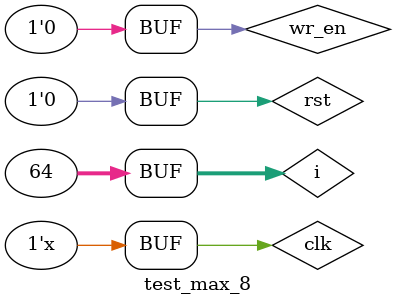
<source format=v>
`timescale 1ns / 1ps

module test_max_8();

reg clk, rst, wr_en;
reg [15:0] fifo_data_in;
wire data_valid, empty, full;
wire [7:0] kol_one_bits;
wire [15:0] data_max0, data_max1, data_max2, data_max3, data_max4, data_max5, data_max6, data_max7;

MAX_8 max_test(
    .clk(clk),
    .rst(rst),
    .fifo_data_in(fifo_data_in),
    .wr_en(wr_en),
    .empty(empty),
    .full(full),
    .data_max0(data_max0),
    .data_max1(data_max1),
    .data_max2(data_max2),
    .data_max3(data_max3),
    .data_max4(data_max4),
    .data_max5(data_max5),
    .data_max6(data_max6),
    .data_max7(data_max7),
    .kol_one_bits(kol_one_bits),
    .data_valid(data_valid));

integer    i;

initial
begin
    clk = 0;
    rst = 1;
    #20 rst = 0;
    wr_en = 1;
    /*fifo_data_in = 16'hAAAA;
    #20
    fifo_data_in = 16'hAA0B;
    #20
    fifo_data_in = 16'h000F;
    #20
    fifo_data_in = 16'h0086;
    #20
    fifo_data_in = 16'h04BB;
    #20
    fifo_data_in = 16'h1000;
    #20
    fifo_data_in = 16'h0B0B;
    #20
    fifo_data_in = 16'h1110;
    #20
    fifo_data_in = 16'h0000;
    #20
    fifo_data_in = 16'hCC06;
    #20
    fifo_data_in = 16'h000A;
    #20
    fifo_data_in = 16'h0523;
    #20
    fifo_data_in = 16'h00F7;
    #20
    fifo_data_in = 16'h06CC;
    #20
    fifo_data_in = 16'h0351;
    #20
    fifo_data_in = 16'h12C3;
    #20
    fifo_data_in = 16'hAF45;
    #20
    fifo_data_in = 16'h0065;
    #20
    fifo_data_in = 16'h0232;
    #20
    fifo_data_in = 16'h8651;
    #20
    fifo_data_in = 16'h0b0b;
    #20
    fifo_data_in = 16'h000F;
    #20
    fifo_data_in = 16'h0086;
    #20
    fifo_data_in = 16'h04BB;
    #20
    fifo_data_in = 16'h1000;
    #20
    fifo_data_in = 16'h0B0B;
    #20
    fifo_data_in = 16'hC000;
    #20
    fifo_data_in = 16'h0000;
    #20
    fifo_data_in = 16'h0806;
    #20
    fifo_data_in = 16'h000A;
    #20
    fifo_data_in = 16'h0523;
    #20
    fifo_data_in = 16'h00F7;
    #20
    fifo_data_in = 16'h06CC;
    #20
    fifo_data_in = 16'h0861;
    #20
    fifo_data_in = 16'h1200;
    #20
    fifo_data_in = 16'h1005;
    #20
    fifo_data_in = 16'h0065;
    #20
    fifo_data_in = 16'h0232;
    #20
    fifo_data_in = 16'h0051;
    #20
    fifo_data_in = 16'h030B;
    #20
    fifo_data_in = 16'h000F;
    #20
    fifo_data_in = 16'h0086;
    #20
    fifo_data_in = 16'h04BB;
    #20
    fifo_data_in = 16'h1000;
    #20
    fifo_data_in = 16'h0B0B;
    #20
    fifo_data_in = 16'h1010;
    #20
    fifo_data_in = 16'h0000;
    #20
    fifo_data_in = 16'h1111;
    #20
    fifo_data_in = 16'h000A;
    #20
    fifo_data_in = 16'h0523;
    #20
    fifo_data_in = 16'h00F7;
    #20
    fifo_data_in = 16'h06CC;
    #20
    fifo_data_in = 16'h1061;
    #20
    fifo_data_in = 16'h1003;
    #20
    fifo_data_in = 16'h0045;
    #20
    fifo_data_in = 16'h0065;
    #20
    fifo_data_in = 16'h0232;
    #20
    fifo_data_in = 16'h1011;
    #20
    fifo_data_in = 16'h8861;
    #20
    fifo_data_in = 16'h12A3;
    #20
    fifo_data_in = 16'h0145;
    #20
    fifo_data_in = 16'h0065;
    #20
    fifo_data_in = 16'h0232;
    #20
    fifo_data_in = 16'h0151;
    #20*/
    
    for (i = 0; i < 64; i = i + 1)
    begin
       fifo_data_in=$urandom%65535;
       #20;
    end
    wr_en = 0;
    
end

always #10 clk = ~clk;

endmodule
</source>
